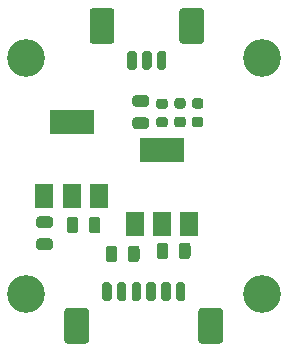
<source format=gbr>
%TF.GenerationSoftware,KiCad,Pcbnew,(5.99.0-2358-g6d8fb94d8)*%
%TF.CreationDate,2020-07-21T23:14:41+08:00*%
%TF.ProjectId,TheFC,54686546-432e-46b6-9963-61645f706362,1.0*%
%TF.SameCoordinates,Original*%
%TF.FileFunction,Soldermask,Bot*%
%TF.FilePolarity,Negative*%
%FSLAX46Y46*%
G04 Gerber Fmt 4.6, Leading zero omitted, Abs format (unit mm)*
G04 Created by KiCad (PCBNEW (5.99.0-2358-g6d8fb94d8)) date 2020-07-21 23:14:41*
%MOMM*%
%LPD*%
G01*
G04 APERTURE LIST*
%ADD10R,3.800000X2.000000*%
%ADD11R,1.500000X2.000000*%
%ADD12C,3.200000*%
G04 APERTURE END LIST*
%TO.C,J1*%
G36*
G01*
X118000000Y-63535999D02*
X118000000Y-61036001D01*
G75*
G02*
X118250001Y-60786000I250001J0D01*
G01*
X119849999Y-60786000D01*
G75*
G02*
X120100000Y-61036001I0J-250001D01*
G01*
X120100000Y-63535999D01*
G75*
G02*
X119849999Y-63786000I-250001J0D01*
G01*
X118250001Y-63786000D01*
G75*
G02*
X118000000Y-63535999I0J250001D01*
G01*
G37*
G36*
G01*
X110400000Y-63535999D02*
X110400000Y-61036001D01*
G75*
G02*
X110650001Y-60786000I250001J0D01*
G01*
X112249999Y-60786000D01*
G75*
G02*
X112500000Y-61036001I0J-250001D01*
G01*
X112500000Y-63535999D01*
G75*
G02*
X112249999Y-63786000I-250001J0D01*
G01*
X110650001Y-63786000D01*
G75*
G02*
X110400000Y-63535999I0J250001D01*
G01*
G37*
G36*
G01*
X116100000Y-65786000D02*
X116100000Y-64586000D01*
G75*
G02*
X116300000Y-64386000I200000J0D01*
G01*
X116700000Y-64386000D01*
G75*
G02*
X116900000Y-64586000I0J-200000D01*
G01*
X116900000Y-65786000D01*
G75*
G02*
X116700000Y-65986000I-200000J0D01*
G01*
X116300000Y-65986000D01*
G75*
G02*
X116100000Y-65786000I0J200000D01*
G01*
G37*
G36*
G01*
X114850000Y-65786000D02*
X114850000Y-64586000D01*
G75*
G02*
X115050000Y-64386000I200000J0D01*
G01*
X115450000Y-64386000D01*
G75*
G02*
X115650000Y-64586000I0J-200000D01*
G01*
X115650000Y-65786000D01*
G75*
G02*
X115450000Y-65986000I-200000J0D01*
G01*
X115050000Y-65986000D01*
G75*
G02*
X114850000Y-65786000I0J200000D01*
G01*
G37*
G36*
G01*
X113600000Y-65786000D02*
X113600000Y-64586000D01*
G75*
G02*
X113800000Y-64386000I200000J0D01*
G01*
X114200000Y-64386000D01*
G75*
G02*
X114400000Y-64586000I0J-200000D01*
G01*
X114400000Y-65786000D01*
G75*
G02*
X114200000Y-65986000I-200000J0D01*
G01*
X113800000Y-65986000D01*
G75*
G02*
X113600000Y-65786000I0J200000D01*
G01*
G37*
%TD*%
%TO.C,J2*%
G36*
G01*
X110361000Y-86428001D02*
X110361000Y-88927999D01*
G75*
G02*
X110110999Y-89178000I-250001J0D01*
G01*
X108511001Y-89178000D01*
G75*
G02*
X108261000Y-88927999I0J250001D01*
G01*
X108261000Y-86428001D01*
G75*
G02*
X108511001Y-86178000I250001J0D01*
G01*
X110110999Y-86178000D01*
G75*
G02*
X110361000Y-86428001I0J-250001D01*
G01*
G37*
G36*
G01*
X121711000Y-86428001D02*
X121711000Y-88927999D01*
G75*
G02*
X121460999Y-89178000I-250001J0D01*
G01*
X119861001Y-89178000D01*
G75*
G02*
X119611000Y-88927999I0J250001D01*
G01*
X119611000Y-86428001D01*
G75*
G02*
X119861001Y-86178000I250001J0D01*
G01*
X121460999Y-86178000D01*
G75*
G02*
X121711000Y-86428001I0J-250001D01*
G01*
G37*
G36*
G01*
X112261000Y-84178000D02*
X112261000Y-85378000D01*
G75*
G02*
X112061000Y-85578000I-200000J0D01*
G01*
X111661000Y-85578000D01*
G75*
G02*
X111461000Y-85378000I0J200000D01*
G01*
X111461000Y-84178000D01*
G75*
G02*
X111661000Y-83978000I200000J0D01*
G01*
X112061000Y-83978000D01*
G75*
G02*
X112261000Y-84178000I0J-200000D01*
G01*
G37*
G36*
G01*
X113511000Y-84178000D02*
X113511000Y-85378000D01*
G75*
G02*
X113311000Y-85578000I-200000J0D01*
G01*
X112911000Y-85578000D01*
G75*
G02*
X112711000Y-85378000I0J200000D01*
G01*
X112711000Y-84178000D01*
G75*
G02*
X112911000Y-83978000I200000J0D01*
G01*
X113311000Y-83978000D01*
G75*
G02*
X113511000Y-84178000I0J-200000D01*
G01*
G37*
G36*
G01*
X114761000Y-84178000D02*
X114761000Y-85378000D01*
G75*
G02*
X114561000Y-85578000I-200000J0D01*
G01*
X114161000Y-85578000D01*
G75*
G02*
X113961000Y-85378000I0J200000D01*
G01*
X113961000Y-84178000D01*
G75*
G02*
X114161000Y-83978000I200000J0D01*
G01*
X114561000Y-83978000D01*
G75*
G02*
X114761000Y-84178000I0J-200000D01*
G01*
G37*
G36*
G01*
X116011000Y-84178000D02*
X116011000Y-85378000D01*
G75*
G02*
X115811000Y-85578000I-200000J0D01*
G01*
X115411000Y-85578000D01*
G75*
G02*
X115211000Y-85378000I0J200000D01*
G01*
X115211000Y-84178000D01*
G75*
G02*
X115411000Y-83978000I200000J0D01*
G01*
X115811000Y-83978000D01*
G75*
G02*
X116011000Y-84178000I0J-200000D01*
G01*
G37*
G36*
G01*
X117261000Y-84178000D02*
X117261000Y-85378000D01*
G75*
G02*
X117061000Y-85578000I-200000J0D01*
G01*
X116661000Y-85578000D01*
G75*
G02*
X116461000Y-85378000I0J200000D01*
G01*
X116461000Y-84178000D01*
G75*
G02*
X116661000Y-83978000I200000J0D01*
G01*
X117061000Y-83978000D01*
G75*
G02*
X117261000Y-84178000I0J-200000D01*
G01*
G37*
G36*
G01*
X118511000Y-84178000D02*
X118511000Y-85378000D01*
G75*
G02*
X118311000Y-85578000I-200000J0D01*
G01*
X117911000Y-85578000D01*
G75*
G02*
X117711000Y-85378000I0J200000D01*
G01*
X117711000Y-84178000D01*
G75*
G02*
X117911000Y-83978000I200000J0D01*
G01*
X118311000Y-83978000D01*
G75*
G02*
X118511000Y-84178000I0J-200000D01*
G01*
G37*
%TD*%
D10*
%TO.C,U2*%
X116524000Y-72750000D03*
D11*
X116524000Y-79050000D03*
X114224000Y-79050000D03*
X118824000Y-79050000D03*
%TD*%
D10*
%TO.C,U1*%
X108876000Y-70404500D03*
D11*
X108876000Y-76704500D03*
X106576000Y-76704500D03*
X111176000Y-76704500D03*
%TD*%
%TO.C,R9*%
G36*
G01*
X119814250Y-70851500D02*
X119301750Y-70851500D01*
G75*
G02*
X119083000Y-70632750I0J218750D01*
G01*
X119083000Y-70195250D01*
G75*
G02*
X119301750Y-69976500I218750J0D01*
G01*
X119814250Y-69976500D01*
G75*
G02*
X120033000Y-70195250I0J-218750D01*
G01*
X120033000Y-70632750D01*
G75*
G02*
X119814250Y-70851500I-218750J0D01*
G01*
G37*
G36*
G01*
X119814250Y-69276500D02*
X119301750Y-69276500D01*
G75*
G02*
X119083000Y-69057750I0J218750D01*
G01*
X119083000Y-68620250D01*
G75*
G02*
X119301750Y-68401500I218750J0D01*
G01*
X119814250Y-68401500D01*
G75*
G02*
X120033000Y-68620250I0J-218750D01*
G01*
X120033000Y-69057750D01*
G75*
G02*
X119814250Y-69276500I-218750J0D01*
G01*
G37*
%TD*%
%TO.C,R8*%
G36*
G01*
X117803250Y-68401500D02*
X118315750Y-68401500D01*
G75*
G02*
X118534500Y-68620250I0J-218750D01*
G01*
X118534500Y-69057750D01*
G75*
G02*
X118315750Y-69276500I-218750J0D01*
G01*
X117803250Y-69276500D01*
G75*
G02*
X117584500Y-69057750I0J218750D01*
G01*
X117584500Y-68620250D01*
G75*
G02*
X117803250Y-68401500I218750J0D01*
G01*
G37*
G36*
G01*
X117803250Y-69976500D02*
X118315750Y-69976500D01*
G75*
G02*
X118534500Y-70195250I0J-218750D01*
G01*
X118534500Y-70632750D01*
G75*
G02*
X118315750Y-70851500I-218750J0D01*
G01*
X117803250Y-70851500D01*
G75*
G02*
X117584500Y-70632750I0J218750D01*
G01*
X117584500Y-70195250D01*
G75*
G02*
X117803250Y-69976500I218750J0D01*
G01*
G37*
%TD*%
D12*
%TO.C,H4*%
X105000000Y-85000000D03*
%TD*%
%TO.C,H3*%
X125000000Y-85000000D03*
%TD*%
%TO.C,H2*%
X125000000Y-65000000D03*
%TD*%
%TO.C,H1*%
X105000000Y-65000000D03*
%TD*%
%TO.C,FB2*%
G36*
G01*
X114275750Y-68148500D02*
X115188250Y-68148500D01*
G75*
G02*
X115432000Y-68392250I0J-243750D01*
G01*
X115432000Y-68879750D01*
G75*
G02*
X115188250Y-69123500I-243750J0D01*
G01*
X114275750Y-69123500D01*
G75*
G02*
X114032000Y-68879750I0J243750D01*
G01*
X114032000Y-68392250D01*
G75*
G02*
X114275750Y-68148500I243750J0D01*
G01*
G37*
G36*
G01*
X114275750Y-70023500D02*
X115188250Y-70023500D01*
G75*
G02*
X115432000Y-70267250I0J-243750D01*
G01*
X115432000Y-70754750D01*
G75*
G02*
X115188250Y-70998500I-243750J0D01*
G01*
X114275750Y-70998500D01*
G75*
G02*
X114032000Y-70754750I0J243750D01*
G01*
X114032000Y-70267250D01*
G75*
G02*
X114275750Y-70023500I243750J0D01*
G01*
G37*
%TD*%
%TO.C,F1*%
G36*
G01*
X116791750Y-70877000D02*
X116279250Y-70877000D01*
G75*
G02*
X116060500Y-70658250I0J218750D01*
G01*
X116060500Y-70220750D01*
G75*
G02*
X116279250Y-70002000I218750J0D01*
G01*
X116791750Y-70002000D01*
G75*
G02*
X117010500Y-70220750I0J-218750D01*
G01*
X117010500Y-70658250D01*
G75*
G02*
X116791750Y-70877000I-218750J0D01*
G01*
G37*
G36*
G01*
X116791750Y-69302000D02*
X116279250Y-69302000D01*
G75*
G02*
X116060500Y-69083250I0J218750D01*
G01*
X116060500Y-68645750D01*
G75*
G02*
X116279250Y-68427000I218750J0D01*
G01*
X116791750Y-68427000D01*
G75*
G02*
X117010500Y-68645750I0J-218750D01*
G01*
X117010500Y-69083250D01*
G75*
G02*
X116791750Y-69302000I-218750J0D01*
G01*
G37*
%TD*%
%TO.C,C10*%
G36*
G01*
X116101000Y-81792250D02*
X116101000Y-80879750D01*
G75*
G02*
X116344750Y-80636000I243750J0D01*
G01*
X116832250Y-80636000D01*
G75*
G02*
X117076000Y-80879750I0J-243750D01*
G01*
X117076000Y-81792250D01*
G75*
G02*
X116832250Y-82036000I-243750J0D01*
G01*
X116344750Y-82036000D01*
G75*
G02*
X116101000Y-81792250I0J243750D01*
G01*
G37*
G36*
G01*
X117976000Y-81792250D02*
X117976000Y-80879750D01*
G75*
G02*
X118219750Y-80636000I243750J0D01*
G01*
X118707250Y-80636000D01*
G75*
G02*
X118951000Y-80879750I0J-243750D01*
G01*
X118951000Y-81792250D01*
G75*
G02*
X118707250Y-82036000I-243750J0D01*
G01*
X118219750Y-82036000D01*
G75*
G02*
X117976000Y-81792250I0J243750D01*
G01*
G37*
%TD*%
%TO.C,C9*%
G36*
G01*
X108467000Y-79598750D02*
X108467000Y-78686250D01*
G75*
G02*
X108710750Y-78442500I243750J0D01*
G01*
X109198250Y-78442500D01*
G75*
G02*
X109442000Y-78686250I0J-243750D01*
G01*
X109442000Y-79598750D01*
G75*
G02*
X109198250Y-79842500I-243750J0D01*
G01*
X108710750Y-79842500D01*
G75*
G02*
X108467000Y-79598750I0J243750D01*
G01*
G37*
G36*
G01*
X110342000Y-79598750D02*
X110342000Y-78686250D01*
G75*
G02*
X110585750Y-78442500I243750J0D01*
G01*
X111073250Y-78442500D01*
G75*
G02*
X111317000Y-78686250I0J-243750D01*
G01*
X111317000Y-79598750D01*
G75*
G02*
X111073250Y-79842500I-243750J0D01*
G01*
X110585750Y-79842500D01*
G75*
G02*
X110342000Y-79598750I0J243750D01*
G01*
G37*
%TD*%
%TO.C,C7*%
G36*
G01*
X114633000Y-81133750D02*
X114633000Y-82046250D01*
G75*
G02*
X114389250Y-82290000I-243750J0D01*
G01*
X113901750Y-82290000D01*
G75*
G02*
X113658000Y-82046250I0J243750D01*
G01*
X113658000Y-81133750D01*
G75*
G02*
X113901750Y-80890000I243750J0D01*
G01*
X114389250Y-80890000D01*
G75*
G02*
X114633000Y-81133750I0J-243750D01*
G01*
G37*
G36*
G01*
X112758000Y-81133750D02*
X112758000Y-82046250D01*
G75*
G02*
X112514250Y-82290000I-243750J0D01*
G01*
X112026750Y-82290000D01*
G75*
G02*
X111783000Y-82046250I0J243750D01*
G01*
X111783000Y-81133750D01*
G75*
G02*
X112026750Y-80890000I243750J0D01*
G01*
X112514250Y-80890000D01*
G75*
G02*
X112758000Y-81133750I0J-243750D01*
G01*
G37*
%TD*%
%TO.C,C6*%
G36*
G01*
X106133750Y-78401000D02*
X107046250Y-78401000D01*
G75*
G02*
X107290000Y-78644750I0J-243750D01*
G01*
X107290000Y-79132250D01*
G75*
G02*
X107046250Y-79376000I-243750J0D01*
G01*
X106133750Y-79376000D01*
G75*
G02*
X105890000Y-79132250I0J243750D01*
G01*
X105890000Y-78644750D01*
G75*
G02*
X106133750Y-78401000I243750J0D01*
G01*
G37*
G36*
G01*
X106133750Y-80276000D02*
X107046250Y-80276000D01*
G75*
G02*
X107290000Y-80519750I0J-243750D01*
G01*
X107290000Y-81007250D01*
G75*
G02*
X107046250Y-81251000I-243750J0D01*
G01*
X106133750Y-81251000D01*
G75*
G02*
X105890000Y-81007250I0J243750D01*
G01*
X105890000Y-80519750D01*
G75*
G02*
X106133750Y-80276000I243750J0D01*
G01*
G37*
%TD*%
M02*

</source>
